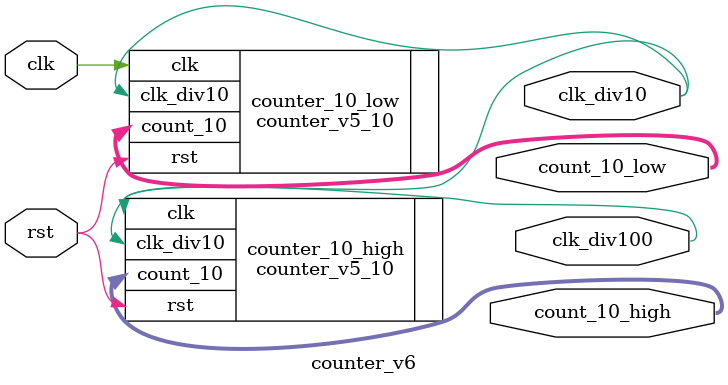
<source format=v>
module counter_v6(
    input clk,
    input rst,
    output wire [3:0] count_10_low,
    output wire [3:0] count_10_high,
    output wire       clk_div10,
    output wire       clk_div100
);

counter_v5_10 counter_10_low(
    .clk(clk),
    .rst(rst),
    .count_10(count_10_low),
    .clk_div10(clk_div10)
);

counter_v5_10 counter_10_high(
    .clk(clk_div10),
    .rst(rst),
    .count_10(count_10_high),
    .clk_div10(clk_div100)
);

endmodule

</source>
